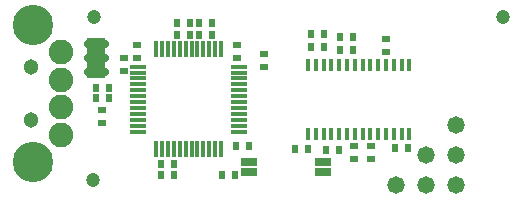
<source format=gbs>
G75*
%MOIN*%
%OFA0B0*%
%FSLAX25Y25*%
%IPPOS*%
%LPD*%
%AMOC8*
5,1,8,0,0,1.08239X$1,22.5*
%
%ADD10R,0.01800X0.05300*%
%ADD11R,0.05300X0.01800*%
%ADD12C,0.08200*%
%ADD13C,0.13461*%
%ADD14C,0.05131*%
%ADD15R,0.01784X0.03950*%
%ADD16C,0.04737*%
%ADD17R,0.02362X0.02756*%
%ADD18R,0.02756X0.02362*%
%ADD19C,0.02572*%
%ADD20R,0.06040X0.13760*%
%ADD21R,0.05524X0.03162*%
%ADD22C,0.05800*%
D10*
X0112652Y0020218D03*
X0114620Y0020218D03*
X0116589Y0020218D03*
X0118557Y0020218D03*
X0120526Y0020218D03*
X0122494Y0020218D03*
X0124463Y0020218D03*
X0126431Y0020218D03*
X0128400Y0020218D03*
X0130369Y0020218D03*
X0132337Y0020218D03*
X0134306Y0020218D03*
X0134306Y0053682D03*
X0132337Y0053682D03*
X0130369Y0053682D03*
X0128400Y0053682D03*
X0126431Y0053682D03*
X0124463Y0053682D03*
X0122494Y0053682D03*
X0120526Y0053682D03*
X0118557Y0053682D03*
X0116589Y0053682D03*
X0114620Y0053682D03*
X0112652Y0053682D03*
D11*
X0106746Y0047777D03*
X0106746Y0045808D03*
X0106746Y0043840D03*
X0106746Y0041871D03*
X0106746Y0039903D03*
X0106746Y0037934D03*
X0106746Y0035966D03*
X0106746Y0033997D03*
X0106746Y0032029D03*
X0106746Y0030060D03*
X0106746Y0028092D03*
X0106746Y0026123D03*
X0140211Y0026123D03*
X0140211Y0028092D03*
X0140211Y0030060D03*
X0140211Y0032029D03*
X0140211Y0033997D03*
X0140211Y0035966D03*
X0140211Y0037934D03*
X0140211Y0039903D03*
X0140211Y0041871D03*
X0140211Y0043840D03*
X0140211Y0045808D03*
X0140211Y0047777D03*
D12*
X0080928Y0043287D03*
X0080928Y0034413D03*
X0080928Y0025070D03*
X0080928Y0052630D03*
D13*
X0071479Y0016015D03*
X0071479Y0061685D03*
D14*
X0071085Y0047708D03*
X0071085Y0029992D03*
D15*
X0163279Y0025450D03*
X0165879Y0025450D03*
X0168479Y0025450D03*
X0171079Y0025450D03*
X0173679Y0025450D03*
X0176279Y0025450D03*
X0178879Y0025450D03*
X0181479Y0025426D03*
X0184079Y0025450D03*
X0186679Y0025450D03*
X0189279Y0025450D03*
X0191879Y0025450D03*
X0194479Y0025450D03*
X0197079Y0025450D03*
X0197079Y0048450D03*
X0194479Y0048450D03*
X0191879Y0048450D03*
X0189279Y0048450D03*
X0186679Y0048450D03*
X0184079Y0048450D03*
X0181479Y0048474D03*
X0178879Y0048450D03*
X0176279Y0048450D03*
X0173679Y0048450D03*
X0171079Y0048450D03*
X0168479Y0048450D03*
X0165879Y0048450D03*
X0163279Y0048450D03*
D16*
X0228229Y0064450D03*
X0091979Y0064450D03*
X0091729Y0009950D03*
D17*
X0114213Y0011550D03*
X0118544Y0011550D03*
X0118544Y0015350D03*
X0114213Y0015350D03*
X0134563Y0011600D03*
X0138894Y0011600D03*
X0158913Y0020350D03*
X0163244Y0020350D03*
X0169413Y0019900D03*
X0173744Y0019900D03*
X0192363Y0020700D03*
X0196694Y0020700D03*
X0143594Y0021250D03*
X0139263Y0021250D03*
X0096794Y0037200D03*
X0092463Y0037200D03*
X0092463Y0040700D03*
X0096794Y0040700D03*
X0119663Y0058400D03*
X0123994Y0058400D03*
X0126963Y0058400D03*
X0131294Y0058400D03*
X0131344Y0062400D03*
X0127013Y0062400D03*
X0123994Y0062400D03*
X0119663Y0062400D03*
X0164263Y0058700D03*
X0168594Y0058700D03*
X0173813Y0057600D03*
X0178144Y0057600D03*
X0178144Y0053450D03*
X0173813Y0053450D03*
X0168594Y0054250D03*
X0164263Y0054250D03*
D18*
X0148629Y0051915D03*
X0148629Y0047585D03*
X0139679Y0050735D03*
X0139679Y0055065D03*
X0106279Y0054915D03*
X0106279Y0050585D03*
X0102079Y0050715D03*
X0102079Y0046385D03*
X0094679Y0033465D03*
X0094679Y0029135D03*
X0178629Y0021415D03*
X0184129Y0021365D03*
X0184129Y0017035D03*
X0178629Y0017085D03*
X0189279Y0052535D03*
X0189279Y0056865D03*
D19*
X0095593Y0055424D02*
X0089865Y0055424D01*
X0089865Y0050700D02*
X0095593Y0050700D01*
X0095593Y0045976D02*
X0089865Y0045976D01*
D20*
X0092719Y0050690D03*
D21*
X0143591Y0016069D03*
X0143591Y0012526D03*
X0168394Y0012526D03*
X0168394Y0016069D03*
D22*
X0192479Y0008450D03*
X0202479Y0008450D03*
X0212479Y0008450D03*
X0212479Y0018450D03*
X0202479Y0018450D03*
X0212479Y0028450D03*
M02*

</source>
